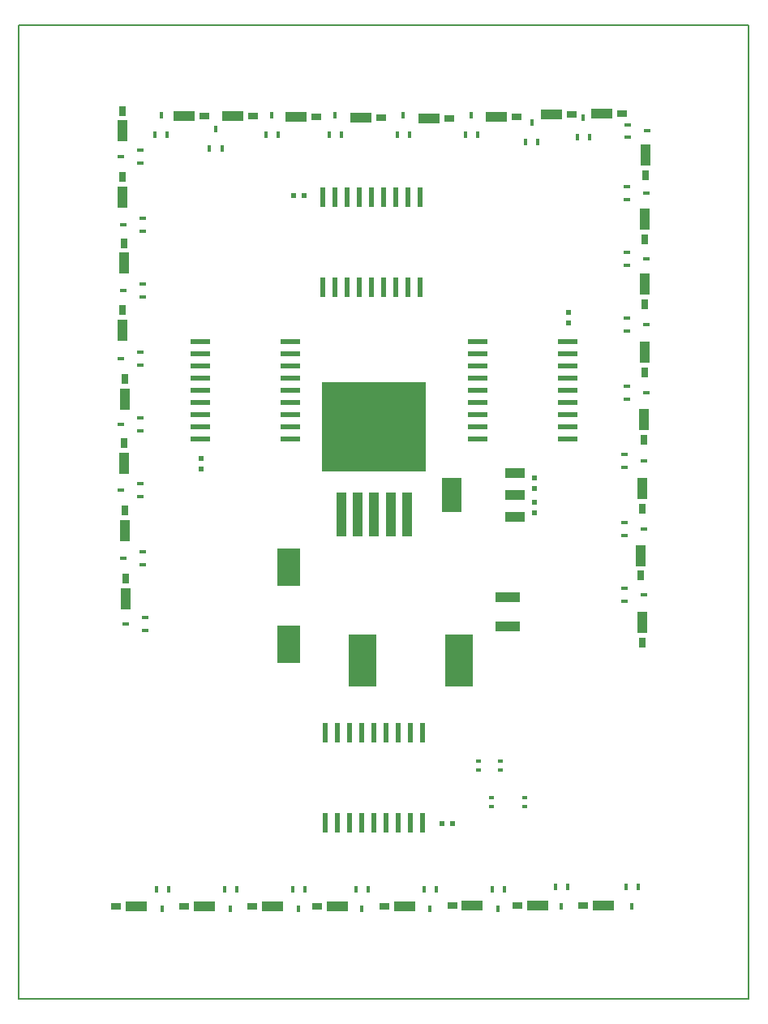
<source format=gbr>
G04 #@! TF.FileFunction,Paste,Top*
%FSLAX46Y46*%
G04 Gerber Fmt 4.6, Leading zero omitted, Abs format (unit mm)*
G04 Created by KiCad (PCBNEW 4.0.1-stable) date 2/25/2017 10:13:21 AM*
%MOMM*%
G01*
G04 APERTURE LIST*
%ADD10C,0.100000*%
%ADD11C,0.150000*%
%ADD12R,0.600000X0.400000*%
%ADD13R,2.032000X3.657600*%
%ADD14R,2.032000X1.016000*%
%ADD15R,1.100000X4.600000*%
%ADD16R,10.800000X9.400000*%
%ADD17R,2.900680X5.400040*%
%ADD18R,0.500000X0.600000*%
%ADD19R,0.600000X0.500000*%
%ADD20R,2.500000X1.000000*%
%ADD21R,2.400300X4.000500*%
%ADD22R,0.600000X2.000000*%
%ADD23R,2.000000X0.600000*%
%ADD24R,0.457200X0.711200*%
%ADD25R,0.711200X0.457200*%
%ADD26R,2.200000X1.100000*%
%ADD27R,1.000000X0.800000*%
%ADD28R,1.100000X2.200000*%
%ADD29R,0.800000X1.000000*%
G04 APERTURE END LIST*
D10*
D11*
X191770000Y-149860000D02*
X191770000Y-48260000D01*
X115570000Y-48260000D02*
X115570000Y-149860000D01*
X115570000Y-149860000D02*
X191770000Y-149860000D01*
X191770000Y-48260000D02*
X115570000Y-48260000D01*
D12*
X164900000Y-128850000D03*
X164900000Y-129750000D03*
X168400000Y-129750000D03*
X168400000Y-128850000D03*
D13*
X160782000Y-97282000D03*
D14*
X167386000Y-97282000D03*
X167386000Y-94996000D03*
X167386000Y-99568000D03*
D15*
X156054000Y-99314000D03*
X154354000Y-99314000D03*
X150954000Y-99314000D03*
D16*
X152654000Y-90164000D03*
D15*
X152654000Y-99314000D03*
X149254000Y-99314000D03*
D17*
X151462740Y-114554000D03*
X161465260Y-114554000D03*
D18*
X134620000Y-94530000D03*
X134620000Y-93430000D03*
D19*
X144230000Y-66040000D03*
X145330000Y-66040000D03*
D18*
X172974000Y-78190000D03*
X172974000Y-79290000D03*
D19*
X160824000Y-131572000D03*
X159724000Y-131572000D03*
D20*
X166624000Y-110974000D03*
X166624000Y-107974000D03*
D18*
X169418000Y-95462000D03*
X169418000Y-96562000D03*
X169418000Y-99102000D03*
X169418000Y-98002000D03*
D12*
X165800000Y-125950000D03*
X165800000Y-125050000D03*
X163500000Y-125950000D03*
X163500000Y-125050000D03*
D21*
X143764000Y-104838500D03*
X143764000Y-112839500D03*
D22*
X157734000Y-122046000D03*
X156464000Y-122046000D03*
X155194000Y-122046000D03*
X153924000Y-122046000D03*
X152654000Y-122046000D03*
X151384000Y-122046000D03*
X150114000Y-122046000D03*
X148844000Y-122046000D03*
X147574000Y-122046000D03*
X147574000Y-131446000D03*
X148844000Y-131446000D03*
X150114000Y-131446000D03*
X151384000Y-131446000D03*
X152654000Y-131446000D03*
X153924000Y-131446000D03*
X155194000Y-131446000D03*
X156464000Y-131446000D03*
X157734000Y-131446000D03*
D23*
X163448000Y-81280000D03*
X163448000Y-82550000D03*
X163448000Y-83820000D03*
X163448000Y-85090000D03*
X163448000Y-86360000D03*
X163448000Y-87630000D03*
X163448000Y-88900000D03*
X163448000Y-90170000D03*
X163448000Y-91440000D03*
X172848000Y-91440000D03*
X172848000Y-90170000D03*
X172848000Y-88900000D03*
X172848000Y-87630000D03*
X172848000Y-86360000D03*
X172848000Y-85090000D03*
X172848000Y-83820000D03*
X172848000Y-82550000D03*
X172848000Y-81280000D03*
D22*
X147320000Y-75566000D03*
X148590000Y-75566000D03*
X149860000Y-75566000D03*
X151130000Y-75566000D03*
X152400000Y-75566000D03*
X153670000Y-75566000D03*
X154940000Y-75566000D03*
X156210000Y-75566000D03*
X157480000Y-75566000D03*
X157480000Y-66166000D03*
X156210000Y-66166000D03*
X154940000Y-66166000D03*
X153670000Y-66166000D03*
X152400000Y-66166000D03*
X151130000Y-66166000D03*
X149860000Y-66166000D03*
X148590000Y-66166000D03*
X147320000Y-66166000D03*
D23*
X143892000Y-91440000D03*
X143892000Y-90170000D03*
X143892000Y-88900000D03*
X143892000Y-87630000D03*
X143892000Y-86360000D03*
X143892000Y-85090000D03*
X143892000Y-83820000D03*
X143892000Y-82550000D03*
X143892000Y-81280000D03*
X134492000Y-81280000D03*
X134492000Y-82550000D03*
X134492000Y-83820000D03*
X134492000Y-85090000D03*
X134492000Y-86360000D03*
X134492000Y-87630000D03*
X134492000Y-88900000D03*
X134492000Y-90170000D03*
X134492000Y-91440000D03*
D24*
X131216400Y-138430000D03*
X129895600Y-138430000D03*
X130556000Y-140462000D03*
X138328400Y-138430000D03*
X137007600Y-138430000D03*
X137668000Y-140462000D03*
X145440400Y-138430000D03*
X144119600Y-138430000D03*
X144780000Y-140462000D03*
X152044400Y-138430000D03*
X150723600Y-138430000D03*
X151384000Y-140462000D03*
X159156400Y-138430000D03*
X157835600Y-138430000D03*
X158496000Y-140462000D03*
X166268400Y-138430000D03*
X164947600Y-138430000D03*
X165608000Y-140462000D03*
X172872400Y-138176000D03*
X171551600Y-138176000D03*
X172212000Y-140208000D03*
X180238400Y-138176000D03*
X178917600Y-138176000D03*
X179578000Y-140208000D03*
D25*
X178816000Y-107035600D03*
X178816000Y-108356400D03*
X180848000Y-107696000D03*
X178816000Y-100177600D03*
X178816000Y-101498400D03*
X180848000Y-100838000D03*
X178816000Y-93065600D03*
X178816000Y-94386400D03*
X180848000Y-93726000D03*
X179070000Y-85953600D03*
X179070000Y-87274400D03*
X181102000Y-86614000D03*
X179070000Y-78841600D03*
X179070000Y-80162400D03*
X181102000Y-79502000D03*
X179070000Y-71983600D03*
X179070000Y-73304400D03*
X181102000Y-72644000D03*
X179070000Y-65125600D03*
X179070000Y-66446400D03*
X181102000Y-65786000D03*
X179084000Y-58639600D03*
X179084000Y-59960400D03*
X181116000Y-59300000D03*
D24*
X173837600Y-59944000D03*
X175158400Y-59944000D03*
X174498000Y-57912000D03*
X168439600Y-60416000D03*
X169760400Y-60416000D03*
X169100000Y-58384000D03*
X162153600Y-59690000D03*
X163474400Y-59690000D03*
X162814000Y-57658000D03*
X155041600Y-59690000D03*
X156362400Y-59690000D03*
X155702000Y-57658000D03*
X147929600Y-59690000D03*
X149250400Y-59690000D03*
X148590000Y-57658000D03*
X141325600Y-59690000D03*
X142646400Y-59690000D03*
X141986000Y-57658000D03*
X135439600Y-61116000D03*
X136760400Y-61116000D03*
X136100000Y-59084000D03*
X129739600Y-59716000D03*
X131060400Y-59716000D03*
X130400000Y-57684000D03*
D25*
X128270000Y-62636400D03*
X128270000Y-61315600D03*
X126238000Y-61976000D03*
X128524000Y-69748400D03*
X128524000Y-68427600D03*
X126492000Y-69088000D03*
X128524000Y-76606400D03*
X128524000Y-75285600D03*
X126492000Y-75946000D03*
X128270000Y-83718400D03*
X128270000Y-82397600D03*
X126238000Y-83058000D03*
X128270000Y-90576400D03*
X128270000Y-89255600D03*
X126238000Y-89916000D03*
X128270000Y-97434400D03*
X128270000Y-96113600D03*
X126238000Y-96774000D03*
X128524000Y-104546400D03*
X128524000Y-103225600D03*
X126492000Y-103886000D03*
X128778000Y-111404400D03*
X128778000Y-110083600D03*
X126746000Y-110744000D03*
D26*
X127800000Y-140200000D03*
D27*
X125700000Y-140200000D03*
D26*
X134900000Y-140200000D03*
D27*
X132800000Y-140200000D03*
D26*
X142000000Y-140200000D03*
D27*
X139900000Y-140200000D03*
D26*
X148800000Y-140200000D03*
D27*
X146700000Y-140200000D03*
D26*
X155800000Y-140200000D03*
D27*
X153700000Y-140200000D03*
D26*
X162900000Y-140100000D03*
D27*
X160800000Y-140100000D03*
D26*
X169700000Y-140100000D03*
D27*
X167600000Y-140100000D03*
D26*
X176600000Y-140100000D03*
D27*
X174500000Y-140100000D03*
D28*
X180600000Y-110600000D03*
D29*
X180600000Y-112700000D03*
D28*
X180500000Y-103600000D03*
D29*
X180500000Y-105700000D03*
D28*
X180600000Y-96600000D03*
D29*
X180600000Y-98700000D03*
D28*
X180800000Y-89400000D03*
D29*
X180800000Y-91500000D03*
D28*
X180900000Y-82400000D03*
D29*
X180900000Y-84500000D03*
D28*
X180900000Y-75300000D03*
D29*
X180900000Y-77400000D03*
D28*
X180900000Y-68500000D03*
D29*
X180900000Y-70600000D03*
D28*
X181000000Y-61800000D03*
D29*
X181000000Y-63900000D03*
D26*
X176400000Y-57500000D03*
D27*
X178500000Y-57500000D03*
D26*
X171200000Y-57600000D03*
D27*
X173300000Y-57600000D03*
D26*
X165400000Y-57800000D03*
D27*
X167500000Y-57800000D03*
D26*
X158400000Y-58000000D03*
D27*
X160500000Y-58000000D03*
D26*
X151300000Y-57900000D03*
D27*
X153400000Y-57900000D03*
D26*
X144500000Y-57800000D03*
D27*
X146600000Y-57800000D03*
D26*
X137900000Y-57700000D03*
D27*
X140000000Y-57700000D03*
D26*
X132800000Y-57700000D03*
D27*
X134900000Y-57700000D03*
D28*
X126400000Y-59300000D03*
D29*
X126400000Y-57200000D03*
D28*
X126400000Y-66200000D03*
D29*
X126400000Y-64100000D03*
D28*
X126500000Y-73100000D03*
D29*
X126500000Y-71000000D03*
D28*
X126400000Y-80100000D03*
D29*
X126400000Y-78000000D03*
D28*
X126600000Y-87300000D03*
D29*
X126600000Y-85200000D03*
D28*
X126500000Y-94000000D03*
D29*
X126500000Y-91900000D03*
D28*
X126600000Y-101000000D03*
D29*
X126600000Y-98900000D03*
D28*
X126700000Y-108100000D03*
D29*
X126700000Y-106000000D03*
M02*

</source>
